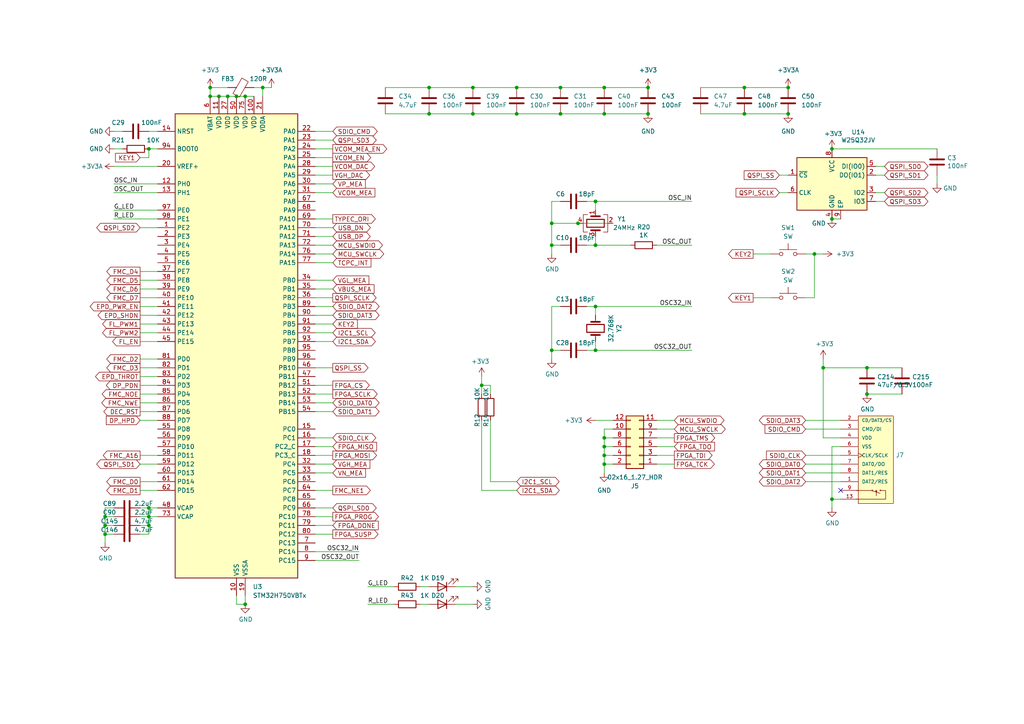
<source format=kicad_sch>
(kicad_sch (version 20231120) (generator "eeschema") (generator_version "8.0")
  (paper "A4")
  (title_block (title "Glider") (date "2024-05-09") (rev "R0.8") (company "Copyright 2024 Wenting Zhang"))
  (lib_symbols
    (symbol "Connector_Generic:Conn_02x06_Odd_Even" (pin_names (offset 1.016) hide)
      (property "Reference" "J" (at 1.27 7.62 0))
      (property "Value" "Conn_02x06_Odd_Even" (at 1.27 -10.16 0))
      (symbol "Conn_02x06_Odd_Even_1_1"
        (pin passive line (at -5.08 5.08 0) (length 3.81) (name "Pin_1") (number "1"))
        (pin passive line (at 7.62 -5.08 180) (length 3.81) (name "Pin_10") (number "10"))
        (pin passive line (at -5.08 -7.62 0) (length 3.81) (name "Pin_11") (number "11"))
        (pin passive line (at 7.62 -7.62 180) (length 3.81) (name "Pin_12") (number "12"))
        (pin passive line (at 7.62 5.08 180) (length 3.81) (name "Pin_2") (number "2"))
        (pin passive line (at -5.08 2.54 0) (length 3.81) (name "Pin_3") (number "3"))
        (pin passive line (at 7.62 2.54 180) (length 3.81) (name "Pin_4") (number "4"))
        (pin passive line (at -5.08 0 0) (length 3.81) (name "Pin_5") (number "5"))
        (pin passive line (at 7.62 0 180) (length 3.81) (name "Pin_6") (number "6"))
        (pin passive line (at -5.08 -2.54 0) (length 3.81) (name "Pin_7") (number "7"))
        (pin passive line (at 7.62 -2.54 180) (length 3.81) (name "Pin_8") (number "8"))
        (pin passive line (at -5.08 -5.08 0) (length 3.81) (name "Pin_9") (number "9"))
      )
    )
    (symbol "Device:C" (pin_numbers hide) (pin_names (offset 0.254))
      (property "Reference" "C" (at 0.635 2.54 0))
      (property "Value" "C" (at 0.635 -2.54 0))
      (symbol "C_1_1"
        (pin passive line (at 0 3.81 270) (length 2.794) (name "~") (number "1"))
        (pin passive line (at 0 -3.81 90) (length 2.794) (name "~") (number "2"))
      )
    )
    (symbol "Device:Crystal" (pin_numbers hide) (pin_names (offset 1.016) hide)
      (property "Reference" "Y" (at 0 3.81 0))
      (property "Value" "Crystal" (at 0 -3.81 0))
      (symbol "Crystal_1_1"
        (pin passive line (at -3.81 0 0) (length 1.27) (name "1") (number "1"))
        (pin passive line (at 3.81 0 180) (length 1.27) (name "2") (number "2"))
      )
    )
    (symbol "Device:Crystal_GND24" (pin_names (offset 1.016) hide)
      (property "Reference" "Y" (at 3.175 5.08 0))
      (property "Value" "Crystal_GND24" (at 3.175 3.175 0))
      (symbol "Crystal_GND24_1_1"
        (pin passive line (at -3.81 0 0) (length 1.27) (name "1") (number "1"))
        (pin passive line (at 0 5.08 270) (length 1.27) (name "2") (number "2"))
        (pin passive line (at 3.81 0 180) (length 1.27) (name "3") (number "3"))
        (pin passive line (at 0 -5.08 90) (length 1.27) (name "4") (number "4"))
      )
    )
    (symbol "Device:FerriteBead" (pin_numbers hide) (pin_names (offset 0))
      (property "Reference" "FB" (at -3.81 0.635 90))
      (property "Value" "FerriteBead" (at 3.81 0 90))
      (symbol "FerriteBead_1_1"
        (pin passive line (at 0 3.81 270) (length 2.54) (name "~") (number "1"))
        (pin passive line (at 0 -3.81 90) (length 2.54) (name "~") (number "2"))
      )
    )
    (symbol "Device:LED" (pin_numbers hide) (pin_names (offset 1.016) hide)
      (property "Reference" "D" (at 0 2.54 0))
      (property "Value" "LED" (at 0 -2.54 0))
      (symbol "LED_1_1"
        (pin passive line (at -3.81 0 0) (length 2.54) (name "K") (number "1"))
        (pin passive line (at 3.81 0 180) (length 2.54) (name "A") (number "2"))
      )
    )
    (symbol "Device:R" (pin_numbers hide) (pin_names (offset 0))
      (property "Reference" "R" (at 2.032 0 90))
      (property "Value" "R" (at 0 0 90))
      (symbol "R_1_1"
        (pin passive line (at 0 3.81 270) (length 1.27) (name "~") (number "1"))
        (pin passive line (at 0 -3.81 90) (length 1.27) (name "~") (number "2"))
      )
    )
    (symbol "GND_1" (power) (pin_numbers hide) (pin_names (offset 0) hide)
      (property "Value" "GND" (at 0 -3.81 0))
      (symbol "GND_1_1_1"
        (pin power_in line (at 0 0 270) (length 0) (name "~") (number "1"))
      )
    )
    (symbol "MCU_ST_STM32H7:STM32H750VBTx"
      (property "Reference" "U" (at -17.78 69.85 0))
      (property "Value" "STM32H750VBTx" (at 10.16 69.85 0))
      (symbol "STM32H750VBTx_1_1"
        (pin bidirectional line (at -22.86 35.56 0) (length 5.08) (name "PE2") (number "1"))
        (pin power_in line (at 0 -71.12 90) (length 5.08) (name "VSS") (number "10"))
        (pin power_in line (at 5.08 73.66 270) (length 5.08) (name "VDD") (number "100"))
        (pin power_in line (at -5.08 73.66 270) (length 5.08) (name "VDD") (number "11"))
        (pin bidirectional line (at -22.86 48.26 0) (length 5.08) (name "PH0") (number "12"))
        (pin bidirectional line (at -22.86 45.72 0) (length 5.08) (name "PH1") (number "13"))
        (pin input line (at -22.86 63.5 0) (length 5.08) (name "NRST") (number "14"))
        (pin bidirectional line (at 22.86 -22.86 180) (length 5.08) (name "PC0") (number "15"))
        (pin bidirectional line (at 22.86 -25.4 180) (length 5.08) (name "PC1") (number "16"))
        (pin bidirectional line (at 22.86 -27.94 180) (length 5.08) (name "PC2_C") (number "17"))
        (pin bidirectional line (at 22.86 -30.48 180) (length 5.08) (name "PC3_C") (number "18"))
        (pin power_in line (at 2.54 -71.12 90) (length 5.08) (name "VSSA") (number "19"))
        (pin bidirectional line (at -22.86 33.02 0) (length 5.08) (name "PE3") (number "2"))
        (pin input line (at -22.86 53.34 0) (length 5.08) (name "VREF+") (number "20"))
        (pin power_in line (at 7.62 73.66 270) (length 5.08) (name "VDDA") (number "21"))
        (pin bidirectional line (at 22.86 63.5 180) (length 5.08) (name "PA0") (number "22"))
        (pin bidirectional line (at 22.86 60.96 180) (length 5.08) (name "PA1") (number "23"))
        (pin bidirectional line (at 22.86 58.42 180) (length 5.08) (name "PA2") (number "24"))
        (pin bidirectional line (at 22.86 55.88 180) (length 5.08) (name "PA3") (number "25"))
        (pin passive line (at 0 -71.12 90) (length 5.08) hide (name "VSS") (number "26"))
        (pin power_in line (at -2.54 73.66 270) (length 5.08) (name "VDD") (number "27"))
        (pin bidirectional line (at 22.86 53.34 180) (length 5.08) (name "PA4") (number "28"))
        (pin bidirectional line (at 22.86 50.8 180) (length 5.08) (name "PA5") (number "29"))
        (pin bidirectional line (at -22.86 30.48 0) (length 5.08) (name "PE4") (number "3"))
        (pin bidirectional line (at 22.86 48.26 180) (length 5.08) (name "PA6") (number "30"))
        (pin bidirectional line (at 22.86 45.72 180) (length 5.08) (name "PA7") (number "31"))
        (pin bidirectional line (at 22.86 -33.02 180) (length 5.08) (name "PC4") (number "32"))
        (pin bidirectional line (at 22.86 -35.56 180) (length 5.08) (name "PC5") (number "33"))
        (pin bidirectional line (at 22.86 20.32 180) (length 5.08) (name "PB0") (number "34"))
        (pin bidirectional line (at 22.86 17.78 180) (length 5.08) (name "PB1") (number "35"))
        (pin bidirectional line (at 22.86 15.24 180) (length 5.08) (name "PB2") (number "36"))
        (pin bidirectional line (at -22.86 22.86 0) (length 5.08) (name "PE7") (number "37"))
        (pin bidirectional line (at -22.86 20.32 0) (length 5.08) (name "PE8") (number "38"))
        (pin bidirectional line (at -22.86 17.78 0) (length 5.08) (name "PE9") (number "39"))
        (pin bidirectional line (at -22.86 27.94 0) (length 5.08) (name "PE5") (number "4"))
        (pin bidirectional line (at -22.86 15.24 0) (length 5.08) (name "PE10") (number "40"))
        (pin bidirectional line (at -22.86 12.7 0) (length 5.08) (name "PE11") (number "41"))
        (pin bidirectional line (at -22.86 10.16 0) (length 5.08) (name "PE12") (number "42"))
        (pin bidirectional line (at -22.86 7.62 0) (length 5.08) (name "PE13") (number "43"))
        (pin bidirectional line (at -22.86 5.08 0) (length 5.08) (name "PE14") (number "44"))
        (pin bidirectional line (at -22.86 2.54 0) (length 5.08) (name "PE15") (number "45"))
        (pin bidirectional line (at 22.86 -5.08 180) (length 5.08) (name "PB10") (number "46"))
        (pin bidirectional line (at 22.86 -7.62 180) (length 5.08) (name "PB11") (number "47"))
        (pin power_out line (at -22.86 -45.72 0) (length 5.08) (name "VCAP") (number "48"))
        (pin passive line (at 0 -71.12 90) (length 5.08) hide (name "VSS") (number "49"))
        (pin bidirectional line (at -22.86 25.4 0) (length 5.08) (name "PE6") (number "5"))
        (pin power_in line (at 0 73.66 270) (length 5.08) (name "VDD") (number "50"))
        (pin bidirectional line (at 22.86 -10.16 180) (length 5.08) (name "PB12") (number "51"))
        (pin bidirectional line (at 22.86 -12.7 180) (length 5.08) (name "PB13") (number "52"))
        (pin bidirectional line (at 22.86 -15.24 180) (length 5.08) (name "PB14") (number "53"))
        (pin bidirectional line (at 22.86 -17.78 180) (length 5.08) (name "PB15") (number "54"))
        (pin bidirectional line (at -22.86 -22.86 0) (length 5.08) (name "PD8") (number "55"))
        (pin bidirectional line (at -22.86 -25.4 0) (length 5.08) (name "PD9") (number "56"))
        (pin bidirectional line (at -22.86 -27.94 0) (length 5.08) (name "PD10") (number "57"))
        (pin bidirectional line (at -22.86 -30.48 0) (length 5.08) (name "PD11") (number "58"))
        (pin bidirectional line (at -22.86 -33.02 0) (length 5.08) (name "PD12") (number "59"))
        (pin power_in line (at -7.62 73.66 270) (length 5.08) (name "VBAT") (number "6"))
        (pin bidirectional line (at -22.86 -35.56 0) (length 5.08) (name "PD13") (number "60"))
        (pin bidirectional line (at -22.86 -38.1 0) (length 5.08) (name "PD14") (number "61"))
        (pin bidirectional line (at -22.86 -40.64 0) (length 5.08) (name "PD15") (number "62"))
        (pin bidirectional line (at 22.86 -38.1 180) (length 5.08) (name "PC6") (number "63"))
        (pin bidirectional line (at 22.86 -40.64 180) (length 5.08) (name "PC7") (number "64"))
        (pin bidirectional line (at 22.86 -43.18 180) (length 5.08) (name "PC8") (number "65"))
        (pin bidirectional line (at 22.86 -45.72 180) (length 5.08) (name "PC9") (number "66"))
        (pin bidirectional line (at 22.86 43.18 180) (length 5.08) (name "PA8") (number "67"))
        (pin bidirectional line (at 22.86 40.64 180) (length 5.08) (name "PA9") (number "68"))
        (pin bidirectional line (at 22.86 38.1 180) (length 5.08) (name "PA10") (number "69"))
        (pin bidirectional line (at 22.86 -55.88 180) (length 5.08) (name "PC13") (number "7"))
        (pin bidirectional line (at 22.86 35.56 180) (length 5.08) (name "PA11") (number "70"))
        (pin bidirectional line (at 22.86 33.02 180) (length 5.08) (name "PA12") (number "71"))
        (pin bidirectional line (at 22.86 30.48 180) (length 5.08) (name "PA13") (number "72"))
        (pin power_out line (at -22.86 -48.26 0) (length 5.08) (name "VCAP") (number "73"))
        (pin passive line (at 0 -71.12 90) (length 5.08) hide (name "VSS") (number "74"))
        (pin power_in line (at 2.54 73.66 270) (length 5.08) (name "VDD") (number "75"))
        (pin bidirectional line (at 22.86 27.94 180) (length 5.08) (name "PA14") (number "76"))
        (pin bidirectional line (at 22.86 25.4 180) (length 5.08) (name "PA15") (number "77"))
        (pin bidirectional line (at 22.86 -48.26 180) (length 5.08) (name "PC10") (number "78"))
        (pin bidirectional line (at 22.86 -50.8 180) (length 5.08) (name "PC11") (number "79"))
        (pin bidirectional line (at 22.86 -58.42 180) (length 5.08) (name "PC14") (number "8"))
        (pin bidirectional line (at 22.86 -53.34 180) (length 5.08) (name "PC12") (number "80"))
        (pin bidirectional line (at -22.86 -2.54 0) (length 5.08) (name "PD0") (number "81"))
        (pin bidirectional line (at -22.86 -5.08 0) (length 5.08) (name "PD1") (number "82"))
        (pin bidirectional line (at -22.86 -7.62 0) (length 5.08) (name "PD2") (number "83"))
        (pin bidirectional line (at -22.86 -10.16 0) (length 5.08) (name "PD3") (number "84"))
        (pin bidirectional line (at -22.86 -12.7 0) (length 5.08) (name "PD4") (number "85"))
        (pin bidirectional line (at -22.86 -15.24 0) (length 5.08) (name "PD5") (number "86"))
        (pin bidirectional line (at -22.86 -17.78 0) (length 5.08) (name "PD6") (number "87"))
        (pin bidirectional line (at -22.86 -20.32 0) (length 5.08) (name "PD7") (number "88"))
        (pin bidirectional line (at 22.86 12.7 180) (length 5.08) (name "PB3") (number "89"))
        (pin bidirectional line (at 22.86 -60.96 180) (length 5.08) (name "PC15") (number "9"))
        (pin bidirectional line (at 22.86 10.16 180) (length 5.08) (name "PB4") (number "90"))
        (pin bidirectional line (at 22.86 7.62 180) (length 5.08) (name "PB5") (number "91"))
        (pin bidirectional line (at 22.86 5.08 180) (length 5.08) (name "PB6") (number "92"))
        (pin bidirectional line (at 22.86 2.54 180) (length 5.08) (name "PB7") (number "93"))
        (pin input line (at -22.86 58.42 0) (length 5.08) (name "BOOT0") (number "94"))
        (pin bidirectional line (at 22.86 0 180) (length 5.08) (name "PB8") (number "95"))
        (pin bidirectional line (at 22.86 -2.54 180) (length 5.08) (name "PB9") (number "96"))
        (pin bidirectional line (at -22.86 40.64 0) (length 5.08) (name "PE0") (number "97"))
        (pin bidirectional line (at -22.86 38.1 0) (length 5.08) (name "PE1") (number "98"))
        (pin passive line (at 0 -71.12 90) (length 5.08) hide (name "VSS") (number "99"))
      )
    )
    (symbol "Memory_Flash:W25Q32JVZP"
      (property "Reference" "U" (at -8.89 8.89 0))
      (property "Value" "W25Q32JVZP" (at 7.62 8.89 0))
      (symbol "W25Q32JVZP_1_1"
        (pin input line (at -12.7 2.54 0) (length 2.54) (name "~{CS}") (number "1"))
        (pin bidirectional line (at 12.7 2.54 180) (length 2.54) (name "DO(IO1)") (number "2"))
        (pin bidirectional line (at 12.7 -2.54 180) (length 2.54) (name "IO2") (number "3"))
        (pin power_in line (at 0 -10.16 90) (length 2.54) (name "GND") (number "4"))
        (pin bidirectional line (at 12.7 5.08 180) (length 2.54) (name "DI(IO0)") (number "5"))
        (pin input line (at -12.7 -2.54 0) (length 2.54) (name "CLK") (number "6"))
        (pin bidirectional line (at 12.7 -5.08 180) (length 2.54) (name "IO3") (number "7"))
        (pin power_in line (at 0 10.16 270) (length 2.54) (name "VCC") (number "8"))
        (pin passive line (at 2.54 -10.16 90) (length 2.54) (name "EP") (number "9"))
      )
    )
    (symbol "Switch:SW_Push" (pin_numbers hide) (pin_names (offset 1.016) hide)
      (property "Reference" "SW" (at 1.27 2.54 0))
      (property "Value" "SW_Push" (at 0 -1.524 0))
      (symbol "SW_Push_0_1"
        (pin passive line (at -5.08 0 0) (length 2.54) (name "1") (number "1"))
        (pin passive line (at 5.08 0 180) (length 2.54) (name "2") (number "2"))
      )
    )
    (symbol "power:+3V3" (power) (pin_names (offset 0))
      (property "Value" "+3V3" (at 0 3.556 0))
      (symbol "+3V3_1_1"
        (pin power_in line (at 0 0 90) (length 0) hide (name "+3V3") (number "1"))
      )
    )
    (symbol "power:GND" (power) (pin_names (offset 0))
      (property "Value" "GND" (at 0 -3.81 0))
      (symbol "GND_1_1"
        (pin power_in line (at 0 0 270) (length 0) hide (name "GND") (number "1"))
      )
    )
    (symbol "symbols:+V" (power) (pin_names (offset 0))
      (property "Value" "+V" (at 0 3.556 0))
      (symbol "+V_1_1"
        (pin power_in line (at 0 0 90) (length 0) hide (name "~") (number "1"))
      )
    )
    (symbol "symbols:MICRO_SD(TFC-WPAPR-08)" (pin_names (offset 1.016))
      (property "Reference" "MICRO_SD" (at 2.54 15.24 0))
      (property "Value" "MICRO_SD(TFC-WPAPR-08)" (at 0 -12.7 0))
      (symbol "MICRO_SD(TFC-WPAPR-08)_1_1"
        (pin bidirectional line (at -7.62 -5.08 0) (length 5.08) (name "DAT2/RES") (number "1"))
        (pin passive line (at -7.62 -10.16 0) (length 5.08) hide (name "~") (number "10"))
        (pin passive line (at -7.62 -10.16 0) (length 5.08) hide (name "~") (number "11"))
        (pin passive line (at -7.62 -10.16 0) (length 5.08) hide (name "~") (number "12"))
        (pin passive line (at -7.62 -10.16 0) (length 5.08) (name "~") (number "13"))
        (pin bidirectional line (at -7.62 12.7 0) (length 5.08) (name "CD/DAT3/CS") (number "2"))
        (pin input line (at -7.62 10.16 0) (length 5.08) (name "CMD/DI") (number "3"))
        (pin power_in line (at -7.62 7.62 0) (length 5.08) (name "VDD") (number "4"))
        (pin input clock (at -7.62 2.54 0) (length 5.08) (name "CLK/SCLK") (number "5"))
        (pin power_in line (at -7.62 5.08 0) (length 5.08) (name "VSS") (number "6"))
        (pin bidirectional line (at -7.62 0 0) (length 5.08) (name "DAT0/DO") (number "7"))
        (pin bidirectional line (at -7.62 -2.54 0) (length 5.08) (name "DAT1/RES") (number "8"))
        (pin passive line (at -7.62 -7.62 0) (length 5.08) (name "~") (number "9"))
      )
    )
  )
  (junction (at 124.46 25.4))
  (junction (at 68.58 27.94))
  (junction (at 63.5 27.94))
  (junction (at 175.26 129.54))
  (junction (at 241.3 63.5))
  (junction (at 251.46 114.3) (diameter 0.9144))
  (junction (at 236.22 73.66))
  (junction (at 175.26 134.62))
  (junction (at 167.64 64.77) (diameter 0.9144))
  (junction (at 215.9 25.4))
  (junction (at 238.76 106.68) (diameter 0.9144))
  (junction (at 71.12 175.26))
  (junction (at 215.9 33.02))
  (junction (at 139.7 111.76))
  (junction (at 160.02 64.77) (diameter 0.9144))
  (junction (at 162.56 33.02))
  (junction (at 241.3 144.78) (diameter 0.9144))
  (junction (at 124.46 33.02))
  (junction (at 187.96 25.4))
  (junction (at 175.26 132.08))
  (junction (at 172.72 88.9))
  (junction (at 160.02 71.12) (diameter 0.9144))
  (junction (at 175.26 127))
  (junction (at 71.12 27.94))
  (junction (at 172.72 101.6))
  (junction (at 76.2 25.4))
  (junction (at 43.18 147.32))
  (junction (at 30.48 149.86))
  (junction (at 172.72 71.12) (diameter 0.9144))
  (junction (at 149.86 33.02))
  (junction (at 187.96 33.02))
  (junction (at 30.48 154.94))
  (junction (at 149.86 25.4))
  (junction (at 60.96 25.4))
  (junction (at 43.18 43.18))
  (junction (at 137.16 25.4))
  (junction (at 175.26 25.4))
  (junction (at 30.48 152.4))
  (junction (at 43.18 152.4))
  (junction (at 251.46 106.68) (diameter 0.9144))
  (junction (at 160.02 101.6) (diameter 0.9144))
  (junction (at 175.26 33.02))
  (junction (at 60.96 27.94))
  (junction (at 228.6 33.02))
  (junction (at 43.18 149.86))
  (junction (at 172.72 58.42) (diameter 0.9144))
  (junction (at 66.04 27.94))
  (junction (at 137.16 33.02))
  (junction (at 162.56 25.4))
  (junction (at 241.3 43.18))
  (junction (at 228.6 25.4))
  (no_connect (at 243.84 142.24))
  (wire (pts (xy 91.44 149.86) (xy 96.52 149.86)))
  (wire (pts (xy 30.48 152.4) (xy 30.48 154.94)))
  (wire (pts (xy 91.44 43.18) (xy 96.52 43.18)))
  (wire (pts (xy 160.02 101.6) (xy 162.56 101.6)))
  (wire (pts (xy 106.68 175.26) (xy 114.3 175.26)))
  (wire (pts (xy 215.9 33.02) (xy 228.6 33.02)))
  (wire (pts (xy 43.18 149.86) (xy 45.72 149.86)))
  (wire (pts (xy 66.04 27.94) (xy 68.58 27.94)))
  (wire (pts (xy 190.5 124.46) (xy 195.58 124.46)))
  (wire (pts (xy 254 58.42) (xy 256.54 58.42)))
  (wire (pts (xy 60.96 25.4) (xy 66.04 25.4)))
  (wire (pts (xy 91.44 106.68) (xy 96.52 106.68)))
  (wire (pts (xy 45.72 96.52) (xy 40.64 96.52)))
  (wire (pts (xy 96.52 81.28) (xy 91.44 81.28)))
  (wire (pts (xy 40.64 154.94) (xy 43.18 154.94)))
  (wire (pts (xy 238.76 127) (xy 238.76 106.68)))
  (wire (pts (xy 111.76 25.4) (xy 124.46 25.4)))
  (wire (pts (xy 45.72 93.98) (xy 40.64 93.98)))
  (wire (pts (xy 238.76 106.68) (xy 251.46 106.68)))
  (wire (pts (xy 91.44 76.2) (xy 96.52 76.2)))
  (wire (pts (xy 96.52 137.16) (xy 91.44 137.16)))
  (wire (pts (xy 172.72 68.58) (xy 172.72 71.12)))
  (wire (pts (xy 106.68 170.18) (xy 114.3 170.18)))
  (wire (pts (xy 40.64 106.68) (xy 45.72 106.68)))
  (wire (pts (xy 40.64 91.44) (xy 45.72 91.44)))
  (wire (pts (xy 177.8 124.46) (xy 175.26 124.46)))
  (wire (pts (xy 71.12 27.94) (xy 73.66 27.94)))
  (wire (pts (xy 33.02 53.34) (xy 45.72 53.34)))
  (wire (pts (xy 91.44 88.9) (xy 96.52 88.9)))
  (wire (pts (xy 137.16 33.02) (xy 149.86 33.02)))
  (wire (pts (xy 91.44 129.54) (xy 96.52 129.54)))
  (wire (pts (xy 233.68 132.08) (xy 243.84 132.08)))
  (wire (pts (xy 172.72 58.42) (xy 200.66 58.42)))
  (wire (pts (xy 43.18 149.86) (xy 43.18 147.32)))
  (wire (pts (xy 190.5 121.92) (xy 195.58 121.92)))
  (wire (pts (xy 233.68 86.36) (xy 236.22 86.36)))
  (wire (pts (xy 139.7 109.22) (xy 139.7 111.76)))
  (wire (pts (xy 91.44 45.72) (xy 96.52 45.72)))
  (wire (pts (xy 160.02 88.9) (xy 160.02 101.6)))
  (wire (pts (xy 160.02 71.12) (xy 160.02 73.66)))
  (wire (pts (xy 91.44 147.32) (xy 96.52 147.32)))
  (wire (pts (xy 175.26 127) (xy 177.8 127)))
  (wire (pts (xy 203.2 33.02) (xy 215.9 33.02)))
  (wire (pts (xy 162.56 88.9) (xy 160.02 88.9)))
  (wire (pts (xy 40.64 152.4) (xy 43.18 152.4)))
  (wire (pts (xy 172.72 88.9) (xy 200.66 88.9)))
  (wire (pts (xy 33.02 38.1) (xy 35.56 38.1)))
  (wire (pts (xy 124.46 33.02) (xy 137.16 33.02)))
  (wire (pts (xy 91.44 66.04) (xy 96.52 66.04)))
  (wire (pts (xy 30.48 149.86) (xy 30.48 152.4)))
  (wire (pts (xy 111.76 33.02) (xy 124.46 33.02)))
  (wire (pts (xy 132.08 175.26) (xy 137.16 175.26)))
  (wire (pts (xy 91.44 73.66) (xy 96.52 73.66)))
  (wire (pts (xy 91.44 132.08) (xy 96.52 132.08)))
  (wire (pts (xy 233.68 121.92) (xy 243.84 121.92)))
  (wire (pts (xy 60.96 27.94) (xy 63.5 27.94)))
  (wire (pts (xy 43.18 152.4) (xy 43.18 149.86)))
  (wire (pts (xy 160.02 71.12) (xy 162.56 71.12)))
  (wire (pts (xy 91.44 48.26) (xy 96.52 48.26)))
  (wire (pts (xy 91.44 154.94) (xy 96.52 154.94)))
  (wire (pts (xy 40.64 86.36) (xy 45.72 86.36)))
  (wire (pts (xy 195.58 134.62) (xy 190.5 134.62)))
  (wire (pts (xy 40.64 114.3) (xy 45.72 114.3)))
  (wire (pts (xy 218.44 86.36) (xy 223.52 86.36)))
  (wire (pts (xy 91.44 127) (xy 96.52 127)))
  (wire (pts (xy 233.68 139.7) (xy 243.84 139.7)))
  (wire (pts (xy 241.3 144.78) (xy 241.3 147.32)))
  (wire (pts (xy 91.44 63.5) (xy 96.52 63.5)))
  (wire (pts (xy 40.64 132.08) (xy 45.72 132.08)))
  (wire (pts (xy 43.18 43.18) (xy 45.72 43.18)))
  (wire (pts (xy 43.18 45.72) (xy 43.18 43.18)))
  (wire (pts (xy 218.44 73.66) (xy 223.52 73.66)))
  (wire (pts (xy 40.64 149.86) (xy 43.18 149.86)))
  (wire (pts (xy 215.9 25.4) (xy 228.6 25.4)))
  (wire (pts (xy 33.02 60.96) (xy 45.72 60.96)))
  (wire (pts (xy 162.56 58.42) (xy 160.02 58.42)))
  (wire (pts (xy 243.84 144.78) (xy 241.3 144.78)))
  (wire (pts (xy 241.3 63.5) (xy 243.84 63.5)))
  (wire (pts (xy 91.44 68.58) (xy 96.52 68.58)))
  (wire (pts (xy 236.22 73.66) (xy 238.76 73.66)))
  (wire (pts (xy 190.5 71.12) (xy 200.66 71.12)))
  (wire (pts (xy 271.78 50.8) (xy 271.78 53.34)))
  (wire (pts (xy 91.44 99.06) (xy 96.52 99.06)))
  (wire (pts (xy 233.68 134.62) (xy 243.84 134.62)))
  (wire (pts (xy 96.52 83.82) (xy 91.44 83.82)))
  (wire (pts (xy 149.86 25.4) (xy 162.56 25.4)))
  (wire (pts (xy 60.96 25.4) (xy 60.96 27.94)))
  (wire (pts (xy 175.26 25.4) (xy 187.96 25.4)))
  (wire (pts (xy 43.18 154.94) (xy 43.18 152.4)))
  (wire (pts (xy 132.08 170.18) (xy 137.16 170.18)))
  (wire (pts (xy 91.44 162.56) (xy 104.14 162.56)))
  (wire (pts (xy 172.72 99.06) (xy 172.72 101.6)))
  (wire (pts (xy 172.72 88.9) (xy 172.72 91.44)))
  (wire (pts (xy 175.26 134.62) (xy 175.26 137.16)))
  (wire (pts (xy 30.48 147.32) (xy 30.48 149.86)))
  (wire (pts (xy 142.24 121.92) (xy 142.24 139.7)))
  (wire (pts (xy 40.64 104.14) (xy 45.72 104.14)))
  (wire (pts (xy 121.92 175.26) (xy 124.46 175.26)))
  (wire (pts (xy 238.76 127) (xy 243.84 127)))
  (wire (pts (xy 233.68 124.46) (xy 243.84 124.46)))
  (wire (pts (xy 40.64 147.32) (xy 43.18 147.32)))
  (wire (pts (xy 91.44 86.36) (xy 96.52 86.36)))
  (wire (pts (xy 241.3 43.18) (xy 271.78 43.18)))
  (wire (pts (xy 139.7 111.76) (xy 142.24 111.76)))
  (wire (pts (xy 96.52 53.34) (xy 91.44 53.34)))
  (wire (pts (xy 45.72 99.06) (xy 40.64 99.06)))
  (wire (pts (xy 195.58 129.54) (xy 190.5 129.54)))
  (wire (pts (xy 195.58 127) (xy 190.5 127)))
  (wire (pts (xy 96.52 55.88) (xy 91.44 55.88)))
  (wire (pts (xy 172.72 60.96) (xy 172.72 58.42)))
  (wire (pts (xy 91.44 119.38) (xy 96.52 119.38)))
  (wire (pts (xy 160.02 64.77) (xy 160.02 71.12)))
  (wire (pts (xy 177.8 64.77) (xy 167.64 64.77)))
  (wire (pts (xy 172.72 71.12) (xy 170.18 71.12)))
  (wire (pts (xy 91.44 114.3) (xy 96.52 114.3)))
  (wire (pts (xy 96.52 142.24) (xy 91.44 142.24)))
  (wire (pts (xy 160.02 64.77) (xy 167.64 64.77)))
  (wire (pts (xy 40.64 66.04) (xy 45.72 66.04)))
  (wire (pts (xy 182.88 71.12) (xy 172.72 71.12)))
  (wire (pts (xy 91.44 96.52) (xy 96.52 96.52)))
  (wire (pts (xy 40.64 134.62) (xy 45.72 134.62)))
  (wire (pts (xy 73.66 25.4) (xy 76.2 25.4)))
  (wire (pts (xy 91.44 50.8) (xy 96.52 50.8)))
  (wire (pts (xy 226.06 55.88) (xy 228.6 55.88)))
  (wire (pts (xy 40.64 83.82) (xy 45.72 83.82)))
  (wire (pts (xy 33.02 147.32) (xy 30.48 147.32)))
  (wire (pts (xy 254 55.88) (xy 256.54 55.88)))
  (wire (pts (xy 45.72 119.38) (xy 40.64 119.38)))
  (wire (pts (xy 45.72 121.92) (xy 40.64 121.92)))
  (wire (pts (xy 40.64 78.74) (xy 45.72 78.74)))
  (wire (pts (xy 45.72 88.9) (xy 40.64 88.9)))
  (wire (pts (xy 40.64 142.24) (xy 45.72 142.24)))
  (wire (pts (xy 68.58 172.72) (xy 68.58 175.26)))
  (wire (pts (xy 63.5 27.94) (xy 66.04 27.94)))
  (wire (pts (xy 172.72 101.6) (xy 200.66 101.6)))
  (wire (pts (xy 91.44 40.64) (xy 96.52 40.64)))
  (wire (pts (xy 40.64 139.7) (xy 45.72 139.7)))
  (wire (pts (xy 91.44 71.12) (xy 96.52 71.12)))
  (wire (pts (xy 142.24 111.76) (xy 142.24 114.3)))
  (wire (pts (xy 243.84 129.54) (xy 241.3 129.54)))
  (wire (pts (xy 33.02 63.5) (xy 45.72 63.5)))
  (wire (pts (xy 149.86 33.02) (xy 162.56 33.02)))
  (wire (pts (xy 160.02 101.6) (xy 160.02 104.14)))
  (wire (pts (xy 71.12 172.72) (xy 71.12 175.26)))
  (wire (pts (xy 142.24 139.7) (xy 149.86 139.7)))
  (wire (pts (xy 40.64 81.28) (xy 45.72 81.28)))
  (wire (pts (xy 254 48.26) (xy 256.54 48.26)))
  (wire (pts (xy 261.62 106.68) (xy 251.46 106.68)))
  (wire (pts (xy 45.72 111.76) (xy 40.64 111.76)))
  (wire (pts (xy 121.92 170.18) (xy 124.46 170.18)))
  (wire (pts (xy 43.18 147.32) (xy 45.72 147.32)))
  (wire (pts (xy 76.2 25.4) (xy 78.74 25.4)))
  (wire (pts (xy 40.64 116.84) (xy 45.72 116.84)))
  (wire (pts (xy 40.64 109.22) (xy 45.72 109.22)))
  (wire (pts (xy 241.3 129.54) (xy 241.3 144.78)))
  (wire (pts (xy 33.02 55.88) (xy 45.72 55.88)))
  (wire (pts (xy 30.48 154.94) (xy 30.48 157.48)))
  (wire (pts (xy 96.52 134.62) (xy 91.44 134.62)))
  (wire (pts (xy 203.2 25.4) (xy 215.9 25.4)))
  (wire (pts (xy 238.76 104.14) (xy 238.76 106.68)))
  (wire (pts (xy 233.68 73.66) (xy 236.22 73.66)))
  (wire (pts (xy 40.64 45.72) (xy 43.18 45.72)))
  (wire (pts (xy 175.26 132.08) (xy 177.8 132.08)))
  (wire (pts (xy 30.48 149.86) (xy 33.02 149.86)))
  (wire (pts (xy 170.18 88.9) (xy 172.72 88.9)))
  (wire (pts (xy 175.26 124.46) (xy 175.26 127)))
  (wire (pts (xy 91.44 91.44) (xy 96.52 91.44)))
  (wire (pts (xy 33.02 43.18) (xy 35.56 43.18)))
  (wire (pts (xy 175.26 127) (xy 175.26 129.54)))
  (wire (pts (xy 139.7 142.24) (xy 149.86 142.24)))
  (wire (pts (xy 236.22 73.66) (xy 236.22 86.36)))
  (wire (pts (xy 68.58 175.26) (xy 71.12 175.26)))
  (wire (pts (xy 160.02 58.42) (xy 160.02 64.77)))
  (wire (pts (xy 254 50.8) (xy 256.54 50.8)))
  (wire (pts (xy 170.18 101.6) (xy 172.72 101.6)))
  (wire (pts (xy 30.48 154.94) (xy 33.02 154.94)))
  (wire (pts (xy 175.26 33.02) (xy 187.96 33.02)))
  (wire (pts (xy 91.44 116.84) (xy 96.52 116.84)))
  (wire (pts (xy 76.2 25.4) (xy 76.2 27.94)))
  (wire (pts (xy 91.44 152.4) (xy 96.52 152.4)))
  (wire (pts (xy 175.26 129.54) (xy 175.26 132.08)))
  (wire (pts (xy 162.56 25.4) (xy 175.26 25.4)))
  (wire (pts (xy 91.44 111.76) (xy 96.52 111.76)))
  (wire (pts (xy 195.58 132.08) (xy 190.5 132.08)))
  (wire (pts (xy 91.44 38.1) (xy 96.52 38.1)))
  (wire (pts (xy 91.44 160.02) (xy 104.14 160.02)))
  (wire (pts (xy 139.7 121.92) (xy 139.7 142.24)))
  (wire (pts (xy 175.26 132.08) (xy 175.26 134.62)))
  (wire (pts (xy 170.18 58.42) (xy 172.72 58.42)))
  (wire (pts (xy 226.06 50.8) (xy 228.6 50.8)))
  (wire (pts (xy 91.44 93.98) (xy 96.52 93.98)))
  (wire (pts (xy 175.26 129.54) (xy 177.8 129.54)))
  (wire (pts (xy 68.58 27.94) (xy 71.12 27.94)))
  (wire (pts (xy 33.02 48.26) (xy 45.72 48.26)))
  (wire (pts (xy 261.62 114.3) (xy 251.46 114.3)))
  (wire (pts (xy 124.46 25.4) (xy 137.16 25.4)))
  (wire (pts (xy 43.18 38.1) (xy 45.72 38.1)))
  (wire (pts (xy 139.7 111.76) (xy 139.7 114.3)))
  (wire (pts (xy 30.48 152.4) (xy 33.02 152.4)))
  (wire (pts (xy 233.68 137.16) (xy 243.84 137.16)))
  (wire (pts (xy 175.26 134.62) (xy 177.8 134.62)))
  (wire (pts (xy 172.72 121.92) (xy 177.8 121.92)))
  (wire (pts (xy 162.56 33.02) (xy 175.26 33.02)))
  (wire (pts (xy 137.16 25.4) (xy 149.86 25.4)))
  (label "G_LED" (at 33.02 60.96 0))
  (label "G_LED" (at 106.68 170.18 0))
  (label "OSC_IN" (at 33.02 53.34 0))
  (label "OSC_IN" (at 200.66 58.42 180))
  (label "OSC_OUT" (at 200.66 71.12 180))
  (label "OSC32_OUT" (at 104.14 162.56 180))
  (label "OSC32_IN" (at 200.66 88.9 180))
  (label "OSC32_IN" (at 104.14 160.02 180))
  (label "OSC32_OUT" (at 200.66 101.6 180))
  (label "R_LED" (at 33.02 63.5 0))
  (label "R_LED" (at 106.68 175.26 0))
  (label "OSC_OUT" (at 33.02 55.88 0))
  (global_label "SDIO_DAT0" (shape bidirectional) (at 96.52 116.84 0) (property "Intersheetrefs" "${INTERSHEET_REFS}" (effects (hide yes))))
  (global_label "QSPI_SD0" (shape bidirectional) (at 96.52 147.32 0) (property "Intersheetrefs" "${INTERSHEET_REFS}" (effects (hide yes))))
  (global_label "DP_PDN" (shape output) (at 40.64 111.76 180) (property "Intersheetrefs" "${INTERSHEET_REFS}" (effects (hide yes))))
  (global_label "QSPI_SD2" (shape bidirectional) (at 40.64 66.04 180) (property "Intersheetrefs" "${INTERSHEET_REFS}" (effects (hide yes))))
  (global_label "SDIO_CLK" (shape bidirectional) (at 96.52 127 0) (property "Intersheetrefs" "${INTERSHEET_REFS}" (effects (hide yes))))
  (global_label "USB_DN" (shape bidirectional) (at 96.52 66.04 0) (property "Intersheetrefs" "${INTERSHEET_REFS}" (effects (hide yes))))
  (global_label "SDIO_DAT1" (shape bidirectional) (at 233.68 137.16 180) (property "Intersheetrefs" "${INTERSHEET_REFS}" (effects (hide yes))))
  (global_label "FMC_NWE" (shape output) (at 40.64 116.84 180) (property "Intersheetrefs" "${INTERSHEET_REFS}" (effects (hide yes))))
  (global_label "QSPI_SD3" (shape bidirectional) (at 96.52 40.64 0) (property "Intersheetrefs" "${INTERSHEET_REFS}" (effects (hide yes))))
  (global_label "I2C1_SCL" (shape bidirectional) (at 96.52 96.52 0) (property "Intersheetrefs" "${INTERSHEET_REFS}" (effects (hide yes))))
  (global_label "FL_EN" (shape output) (at 40.64 99.06 180) (property "Intersheetrefs" "${INTERSHEET_REFS}" (effects (hide yes))))
  (global_label "FPGA_SUSP" (shape output) (at 96.52 154.94 0) (property "Intersheetrefs" "${INTERSHEET_REFS}" (effects (hide yes))))
  (global_label "FPGA_SCLK" (shape output) (at 96.52 114.3 0) (property "Intersheetrefs" "${INTERSHEET_REFS}" (effects (hide yes))))
  (global_label "MCU_SWDIO" (shape bidirectional) (at 195.58 121.92 0) (property "Intersheetrefs" "${INTERSHEET_REFS}" (effects (hide yes))))
  (global_label "FPGA_MISO" (shape input) (at 96.52 129.54 0) (property "Intersheetrefs" "${INTERSHEET_REFS}" (effects (hide yes))))
  (global_label "FPGA_TMS" (shape output) (at 195.58 127 0) (property "Intersheetrefs" "${INTERSHEET_REFS}" (effects (hide yes))))
  (global_label "FL_PWM2" (shape output) (at 40.64 96.52 180) (property "Intersheetrefs" "${INTERSHEET_REFS}" (effects (hide yes))))
  (global_label "VGH_MEA" (shape input) (at 96.52 134.62 0) (property "Intersheetrefs" "${INTERSHEET_REFS}" (effects (hide yes))))
  (global_label "TCPC_INT" (shape input) (at 96.52 76.2 0) (property "Intersheetrefs" "${INTERSHEET_REFS}" (effects (hide yes))))
  (global_label "MCU_SWCLK" (shape bidirectional) (at 195.58 124.46 0) (property "Intersheetrefs" "${INTERSHEET_REFS}" (effects (hide yes))))
  (global_label "EPD_THROT" (shape output) (at 40.64 109.22 180) (property "Intersheetrefs" "${INTERSHEET_REFS}" (effects (hide yes))))
  (global_label "QSPI_SD3" (shape bidirectional) (at 256.54 58.42 0) (property "Intersheetrefs" "${INTERSHEET_REFS}" (effects (hide yes))))
  (global_label "FPGA_TCK" (shape output) (at 195.58 134.62 0) (property "Intersheetrefs" "${INTERSHEET_REFS}" (effects (hide yes))))
  (global_label "QSPI_SD2" (shape bidirectional) (at 256.54 55.88 0) (property "Intersheetrefs" "${INTERSHEET_REFS}" (effects (hide yes))))
  (global_label "USB_DP" (shape bidirectional) (at 96.52 68.58 0) (property "Intersheetrefs" "${INTERSHEET_REFS}" (effects (hide yes))))
  (global_label "FMC_D0" (shape output) (at 40.64 139.7 180) (property "Intersheetrefs" "${INTERSHEET_REFS}" (effects (hide yes))))
  (global_label "MCU_SWDIO" (shape bidirectional) (at 96.52 71.12 0) (property "Intersheetrefs" "${INTERSHEET_REFS}" (effects (hide yes))))
  (global_label "FMC_D2" (shape output) (at 40.64 104.14 180) (property "Intersheetrefs" "${INTERSHEET_REFS}" (effects (hide yes))))
  (global_label "SDIO_DAT3" (shape bidirectional) (at 233.68 121.92 180) (property "Intersheetrefs" "${INTERSHEET_REFS}" (effects (hide yes))))
  (global_label "QSPI_SS" (shape output) (at 96.52 106.68 0) (property "Intersheetrefs" "${INTERSHEET_REFS}" (effects (hide yes))))
  (global_label "SDIO_DAT2" (shape bidirectional) (at 233.68 139.7 180) (property "Intersheetrefs" "${INTERSHEET_REFS}" (effects (hide yes))))
  (global_label "VGH_DAC" (shape output) (at 96.52 50.8 0) (property "Intersheetrefs" "${INTERSHEET_REFS}" (effects (hide yes))))
  (global_label "SDIO_CLK" (shape input) (at 233.68 132.08 180) (property "Intersheetrefs" "${INTERSHEET_REFS}" (effects (hide yes))))
  (global_label "SDIO_DAT2" (shape bidirectional) (at 96.52 88.9 0) (property "Intersheetrefs" "${INTERSHEET_REFS}" (effects (hide yes))))
  (global_label "EPD_PWR_EN" (shape output) (at 40.64 88.9 180) (property "Intersheetrefs" "${INTERSHEET_REFS}" (effects (hide yes))))
  (global_label "DEC_RST" (shape output) (at 40.64 119.38 180) (property "Intersheetrefs" "${INTERSHEET_REFS}" (effects (hide yes))))
  (global_label "KEY1" (shape input) (at 40.64 45.72 180) (property "Intersheetrefs" "${INTERSHEET_REFS}" (effects (hide yes))))
  (global_label "FMC_NE1" (shape output) (at 96.52 142.24 0) (property "Intersheetrefs" "${INTERSHEET_REFS}" (effects (hide yes))))
  (global_label "QSPI_SS" (shape input) (at 226.06 50.8 180) (property "Intersheetrefs" "${INTERSHEET_REFS}" (effects (hide yes))))
  (global_label "VBUS_MEA" (shape input) (at 96.52 83.82 0) (property "Intersheetrefs" "${INTERSHEET_REFS}" (effects (hide yes))))
  (global_label "SDIO_DAT3" (shape bidirectional) (at 96.52 91.44 0) (property "Intersheetrefs" "${INTERSHEET_REFS}" (effects (hide yes))))
  (global_label "FMC_D5" (shape output) (at 40.64 81.28 180) (property "Intersheetrefs" "${INTERSHEET_REFS}" (effects (hide yes))))
  (global_label "VGL_MEA" (shape input) (at 96.52 81.28 0) (property "Intersheetrefs" "${INTERSHEET_REFS}" (effects (hide yes))))
  (global_label "FMC_D3" (shape output) (at 40.64 106.68 180) (property "Intersheetrefs" "${INTERSHEET_REFS}" (effects (hide yes))))
  (global_label "SDIO_DAT0" (shape bidirectional) (at 233.68 134.62 180) (property "Intersheetrefs" "${INTERSHEET_REFS}" (effects (hide yes))))
  (global_label "KEY2" (shape input) (at 96.52 93.98 0) (property "Intersheetrefs" "${INTERSHEET_REFS}" (effects (hide yes))))
  (global_label "FMC_D4" (shape output) (at 40.64 78.74 180) (property "Intersheetrefs" "${INTERSHEET_REFS}" (effects (hide yes))))
  (global_label "SDIO_CMD" (shape input) (at 233.68 124.46 180) (property "Intersheetrefs" "${INTERSHEET_REFS}" (effects (hide yes))))
  (global_label "SDIO_CMD" (shape bidirectional) (at 96.52 38.1 0) (property "Intersheetrefs" "${INTERSHEET_REFS}" (effects (hide yes))))
  (global_label "FPGA_TDI" (shape output) (at 195.58 132.08 0) (property "Intersheetrefs" "${INTERSHEET_REFS}" (effects (hide yes))))
  (global_label "I2C1_SDA" (shape bidirectional) (at 149.86 142.24 0) (property "Intersheetrefs" "${INTERSHEET_REFS}" (effects (hide yes))))
  (global_label "MCU_SWCLK" (shape bidirectional) (at 96.52 73.66 0) (property "Intersheetrefs" "${INTERSHEET_REFS}" (effects (hide yes))))
  (global_label "TYPEC_ORI" (shape output) (at 96.52 63.5 0) (property "Intersheetrefs" "${INTERSHEET_REFS}" (effects (hide yes))))
  (global_label "FPGA_DONE" (shape input) (at 96.52 152.4 0) (property "Intersheetrefs" "${INTERSHEET_REFS}" (effects (hide yes))))
  (global_label "EPD_SHDN" (shape output) (at 40.64 91.44 180) (property "Intersheetrefs" "${INTERSHEET_REFS}" (effects (hide yes))))
  (global_label "QSPI_SD1" (shape bidirectional) (at 40.64 134.62 180) (property "Intersheetrefs" "${INTERSHEET_REFS}" (effects (hide yes))))
  (global_label "VCOM_DAC" (shape output) (at 96.52 48.26 0) (property "Intersheetrefs" "${INTERSHEET_REFS}" (effects (hide yes))))
  (global_label "I2C1_SCL" (shape bidirectional) (at 149.86 139.7 0) (property "Intersheetrefs" "${INTERSHEET_REFS}" (effects (hide yes))))
  (global_label "VCOM_MEA" (shape input) (at 96.52 55.88 0) (property "Intersheetrefs" "${INTERSHEET_REFS}" (effects (hide yes))))
  (global_label "FPGA_MOSI" (shape output) (at 96.52 132.08 0) (property "Intersheetrefs" "${INTERSHEET_REFS}" (effects (hide yes))))
  (global_label "SDIO_DAT1" (shape bidirectional) (at 96.52 119.38 0) (property "Intersheetrefs" "${INTERSHEET_REFS}" (effects (hide yes))))
  (global_label "KEY1" (shape output) (at 218.44 86.36 180) (property "Intersheetrefs" "${INTERSHEET_REFS}" (effects (hide yes))))
  (global_label "QSPI_SCLK" (shape input) (at 226.06 55.88 180) (property "Intersheetrefs" "${INTERSHEET_REFS}" (effects (hide yes))))
  (global_label "FPGA_PROG" (shape output) (at 96.52 149.86 0) (property "Intersheetrefs" "${INTERSHEET_REFS}" (effects (hide yes))))
  (global_label "FMC_A16" (shape output) (at 40.64 132.08 180) (property "Intersheetrefs" "${INTERSHEET_REFS}" (effects (hide yes))))
  (global_label "VP_MEA" (shape input) (at 96.52 53.34 0) (property "Intersheetrefs" "${INTERSHEET_REFS}" (effects (hide yes))))
  (global_label "FMC_D7" (shape output) (at 40.64 86.36 180) (property "Intersheetrefs" "${INTERSHEET_REFS}" (effects (hide yes))))
  (global_label "VCOM_EN" (shape output) (at 96.52 45.72 0) (property "Intersheetrefs" "${INTERSHEET_REFS}" (effects (hide yes))))
  (global_label "VN_MEA" (shape input) (at 96.52 137.16 0) (property "Intersheetrefs" "${INTERSHEET_REFS}" (effects (hide yes))))
  (global_label "FPGA_CS" (shape output) (at 96.52 111.76 0) (property "Intersheetrefs" "${INTERSHEET_REFS}" (effects (hide yes))))
  (global_label "DP_HPD" (shape input) (at 40.64 121.92 180) (property "Intersheetrefs" "${INTERSHEET_REFS}" (effects (hide yes))))
  (global_label "FPGA_TDO" (shape input) (at 195.58 129.54 0) (property "Intersheetrefs" "${INTERSHEET_REFS}" (effects (hide yes))))
  (global_label "QSPI_SD1" (shape bidirectional) (at 256.54 50.8 0) (property "Intersheetrefs" "${INTERSHEET_REFS}" (effects (hide yes))))
  (global_label "FMC_D6" (shape output) (at 40.64 83.82 180) (property "Intersheetrefs" "${INTERSHEET_REFS}" (effects (hide yes))))
  (global_label "FMC_NOE" (shape output) (at 40.64 114.3 180) (property "Intersheetrefs" "${INTERSHEET_REFS}" (effects (hide yes))))
  (global_label "KEY2" (shape output) (at 218.44 73.66 180) (property "Intersheetrefs" "${INTERSHEET_REFS}" (effects (hide yes))))
  (global_label "I2C1_SDA" (shape bidirectional) (at 96.52 99.06 0) (property "Intersheetrefs" "${INTERSHEET_REFS}" (effects (hide yes))))
  (global_label "QSPI_SD0" (shape bidirectional) (at 256.54 48.26 0) (property "Intersheetrefs" "${INTERSHEET_REFS}" (effects (hide yes))))
  (global_label "FMC_D1" (shape output) (at 40.64 142.24 180) (property "Intersheetrefs" "${INTERSHEET_REFS}" (effects (hide yes))))
  (global_label "VCOM_MEA_EN" (shape output) (at 96.52 43.18 0) (property "Intersheetrefs" "${INTERSHEET_REFS}" (effects (hide yes))))
  (global_label "QSPI_SCLK" (shape output) (at 96.52 86.36 0) (property "Intersheetrefs" "${INTERSHEET_REFS}" (effects (hide yes))))
  (global_label "FL_PWM1" (shape output) (at 40.64 93.98 180) (property "Intersheetrefs" "${INTERSHEET_REFS}" (effects (hide yes))))
  (symbol (lib_id "power:+3V3") (at 238.76 73.66 270) (unit 1)
    (property "Reference" "#PWR0114" (effects (hide yes)))
    (property "Value" "+3V3" (at 245.11 73.66 90))
  )
  (symbol (lib_id "Device:LED") (at 128.27 175.26 180) (unit 1)
    (property "Reference" "D20" (at 127 172.72 0))
    (property "Value" "LED RED" (effects (hide yes)))
    (property "Footprint" "LED_SMD:LED_0603_1608Metric" (effects (hide yes)))
  )
  (symbol (lib_id "Device:C") (at 261.62 110.49 0) (unit 1)
    (property "Reference" "C215" (at 264.541 109.322 0) (effects (justify left)))
    (property "Value" "100nF" (at 264.541 111.633 0) (effects (justify left)))
    (property "Footprint" "Capacitor_SMD:C_0402_1005Metric" (effects (hide yes)))
  )
  (symbol (lib_id "power:GND") (at 160.02 104.14 0) (unit 1)
    (property "Reference" "#PWR070" (effects (hide yes)))
    (property "Value" "GND" (at 160.147 108.5342 0))
  )
  (symbol (lib_id "Device:R") (at 118.11 175.26 90) (unit 1)
    (property "Reference" "R43" (at 118.11 172.72 90))
    (property "Value" "1K" (at 123.19 172.72 90))
    (property "Footprint" "Resistor_SMD:R_0402_1005Metric" (effects (hide yes)))
  )
  (symbol (lib_id "power:GND") (at 33.02 43.18 270) (unit 1)
    (property "Reference" "#PWR071" (effects (hide yes)))
    (property "Value" "GND" (at 27.94 43.18 90))
  )
  (symbol (lib_id "Device:C") (at 175.26 29.21 0) (unit 1)
    (property "Reference" "C40" (at 179.07 27.94 0) (effects (justify left)))
    (property "Value" "100nF" (at 179.07 30.48 0) (effects (justify left)))
    (property "Footprint" "Capacitor_SMD:C_0402_1005Metric" (effects (hide yes)))
    (property "Ref.Price" "0.0036" (effects (hide yes)))
  )
  (symbol (lib_id "Device:C") (at 203.2 29.21 0) (unit 1)
    (property "Reference" "C47" (at 207.01 27.94 0) (effects (justify left)))
    (property "Value" "4.7uF" (at 207.01 30.48 0) (effects (justify left)))
    (property "Footprint" "Capacitor_SMD:C_0402_1005Metric" (effects (hide yes)))
    (property "Ref.Price" "0.0036" (effects (hide yes)))
  )
  (symbol (lib_id "power:GND") (at 271.78 53.34 0) (unit 1)
    (property "Reference" "#PWR053" (effects (hide yes)))
    (property "Value" "GND" (at 275.59 54.61 0))
  )
  (symbol (lib_id "Device:C") (at 162.56 29.21 0) (unit 1)
    (property "Reference" "C31" (at 166.37 27.94 0) (effects (justify left)))
    (property "Value" "100nF" (at 166.37 30.48 0) (effects (justify left)))
    (property "Footprint" "Capacitor_SMD:C_0402_1005Metric" (effects (hide yes)))
    (property "Ref.Price" "0.0036" (effects (hide yes)))
  )
  (symbol (lib_id "Device:C") (at 166.37 88.9 270) (unit 1)
    (property "Reference" "C13" (at 161.1884 86.741 90) (effects (justify left)))
    (property "Value" "18pF" (at 167.767 86.741 90) (effects (justify left)))
    (property "Footprint" "Capacitor_SMD:C_0402_1005Metric" (effects (hide yes)))
  )
  (symbol (lib_id "power:GND") (at 71.12 175.26 0) (unit 1)
    (property "Reference" "#PWR0122" (effects (hide yes)))
    (property "Value" "GND" (at 71.247 179.6542 0))
  )
  (symbol (lib_id "symbols:+V") (at 78.74 25.4 0) (unit 1)
    (property "Reference" "#PWR0115" (effects (hide yes)))
    (property "Value" "+3V3A" (at 78.74 20.32 0))
  )
  (symbol (lib_id "symbols:+V") (at 187.96 25.4 0) (unit 1)
    (property "Reference" "#PWR080" (effects (hide yes)))
    (property "Value" "+3V3" (at 187.96 20.32 0))
  )
  (symbol (lib_id "Device:C") (at 228.6 29.21 0) (unit 1)
    (property "Reference" "C50" (at 232.41 27.94 0) (effects (justify left)))
    (property "Value" "100nF" (at 232.41 30.48 0) (effects (justify left)))
    (property "Footprint" "Capacitor_SMD:C_0402_1005Metric" (effects (hide yes)))
    (property "Ref.Price" "0.0036" (effects (hide yes)))
  )
  (symbol (lib_id "power:+3V3") (at 238.76 104.14 0) (unit 1)
    (property "Reference" "#PWR0111" (effects (hide yes)))
    (property "Value" "+3V3" (at 239.141 99.7458 0))
  )
  (symbol (lib_name "GND_1") (lib_id "power:GND") (at 228.6 33.02 0) (unit 1)
    (property "Reference" "#PWR0102" (effects (hide yes)))
    (property "Value" "GND" (at 228.6 38.1 0))
    (property "Description" "Power symbol creates a global label with name \"GND\" , ground" (effects (hide yes)))
  )
  (symbol (lib_id "Device:C") (at 36.83 152.4 90) (unit 1)
    (property "Reference" "C145" (at 31.75 151.13 90))
    (property "Value" "4.7uF" (at 44.45 151.13 90) (effects (justify left)))
    (property "Footprint" "Capacitor_SMD:C_0402_1005Metric" (effects (hide yes)))
  )
  (symbol (lib_id "Device:Crystal") (at 172.72 95.25 270) (unit 1)
    (property "Reference" "Y2" (at 179.5272 95.25 0))
    (property "Value" "32.768K" (at 177.2158 95.25 0))
    (property "Footprint" "Crystal:Crystal_SMD_TXC_9HT11-2Pin_2.0x1.2mm_HandSoldering" (effects (hide yes)))
  )
  (symbol (lib_id "Device:LED") (at 128.27 170.18 180) (unit 1)
    (property "Reference" "D19" (at 127 167.64 0))
    (property "Value" "LED GREEN" (effects (hide yes)))
    (property "Footprint" "LED_SMD:LED_0603_1608Metric" (effects (hide yes)))
  )
  (symbol (lib_id "Device:R") (at 186.69 71.12 270) (unit 1)
    (property "Reference" "R20" (at 186.69 65.8622 90))
    (property "Value" "1K" (at 186.69 68.1736 90))
    (property "Footprint" "Resistor_SMD:R_0402_1005Metric" (effects (hide yes)))
  )
  (symbol (lib_id "Device:R") (at 118.11 170.18 90) (unit 1)
    (property "Reference" "R42" (at 118.11 167.64 90))
    (property "Value" "1K" (at 123.19 167.64 90))
    (property "Footprint" "Resistor_SMD:R_0402_1005Metric" (effects (hide yes)))
  )
  (symbol (lib_id "Device:C") (at 36.83 147.32 90) (unit 1)
    (property "Reference" "C89" (at 31.75 146.05 90))
    (property "Value" "2.2uF" (at 44.45 146.05 90) (effects (justify left)))
    (property "Footprint" "Capacitor_SMD:C_0402_1005Metric" (effects (hide yes)))
  )
  (symbol (lib_id "Device:Crystal_GND24") (at 172.72 64.77 270) (unit 1)
    (property "Reference" "Y1" (at 179.07 63.5 90) (effects (justify left)))
    (property "Value" "24MHz" (at 177.8 66.04 90) (effects (justify left)))
    (property "Footprint" "Crystal:Crystal_SMD_3225-4Pin_3.2x2.5mm" (effects (hide yes)))
  )
  (symbol (lib_id "Device:C") (at 124.46 29.21 0) (unit 1)
    (property "Reference" "C36" (at 128.27 27.94 0) (effects (justify left)))
    (property "Value" "100nF" (at 128.27 30.48 0) (effects (justify left)))
    (property "Footprint" "Capacitor_SMD:C_0402_1005Metric" (effects (hide yes)))
    (property "Ref.Price" "0.0036" (effects (hide yes)))
  )
  (symbol (lib_id "Device:C") (at 166.37 58.42 270) (unit 1)
    (property "Reference" "C6" (at 161.1884 56.261 90) (effects (justify left)))
    (property "Value" "18pF" (at 167.767 56.261 90) (effects (justify left)))
    (property "Footprint" "Capacitor_SMD:C_0402_1005Metric" (effects (hide yes)))
  )
  (symbol (lib_id "power:+3V3") (at 241.3 43.18 0) (unit 1)
    (property "Reference" "#PWR038" (effects (hide yes)))
    (property "Value" "+3V3" (at 241.681 38.7858 0))
  )
  (symbol (lib_id "Device:C") (at 215.9 29.21 0) (unit 1)
    (property "Reference" "C48" (at 219.71 27.94 0) (effects (justify left)))
    (property "Value" "100nF" (at 219.71 30.48 0) (effects (justify left)))
    (property "Footprint" "Capacitor_SMD:C_0402_1005Metric" (effects (hide yes)))
    (property "Ref.Price" "0.0036" (effects (hide yes)))
  )
  (symbol (lib_id "symbols:+V") (at 228.6 25.4 0) (unit 1)
    (property "Reference" "#PWR0117" (effects (hide yes)))
    (property "Value" "+3V3A" (at 228.6 20.32 0))
  )
  (symbol (lib_id "Device:C") (at 36.83 154.94 90) (unit 1)
    (property "Reference" "C146" (at 31.75 153.67 90))
    (property "Value" "4.7uF" (at 44.45 153.67 90) (effects (justify left)))
    (property "Footprint" "Capacitor_SMD:C_0402_1005Metric" (effects (hide yes)))
  )
  (symbol (lib_id "power:GND") (at 251.46 114.3 0) (unit 1)
    (property "Reference" "#PWR0113" (effects (hide yes)))
    (property "Value" "GND" (at 251.587 118.6942 0))
  )
  (symbol (lib_id "power:GND") (at 30.48 157.48 0) (unit 1)
    (property "Reference" "#PWR0130" (effects (hide yes)))
    (property "Value" "GND" (at 30.607 161.8742 0))
  )
  (symbol (lib_id "Device:C") (at 111.76 29.21 0) (unit 1)
    (property "Reference" "C34" (at 115.57 27.94 0) (effects (justify left)))
    (property "Value" "4.7uF" (at 115.57 30.48 0) (effects (justify left)))
    (property "Footprint" "Capacitor_SMD:C_0402_1005Metric" (effects (hide yes)))
    (property "Ref.Price" "0.0036" (effects (hide yes)))
  )
  (symbol (lib_id "Device:C") (at 166.37 71.12 270) (unit 1)
    (property "Reference" "C10" (at 161.1884 68.961 90) (effects (justify left)))
    (property "Value" "18pF" (at 167.767 68.961 90) (effects (justify left)))
    (property "Footprint" "Capacitor_SMD:C_0402_1005Metric" (effects (hide yes)))
  )
  (symbol (lib_id "power:GND") (at 33.02 38.1 270) (unit 1)
    (property "Reference" "#PWR073" (effects (hide yes)))
    (property "Value" "GND" (at 27.94 38.1 90))
  )
  (symbol (lib_id "power:GND") (at 241.3 147.32 0) (unit 1)
    (property "Reference" "#PWR0112" (effects (hide yes)))
    (property "Value" "GND" (at 241.427 151.7142 0))
  )
  (symbol (lib_id "Device:C") (at 39.37 38.1 90) (unit 1)
    (property "Reference" "C29" (at 34.29 35.56 90))
    (property "Value" "100nF" (at 46.99 35.56 90) (effects (justify left)))
    (property "Footprint" "Capacitor_SMD:C_0402_1005Metric" (effects (hide yes)))
  )
  (symbol (lib_id "Switch:SW_Push") (at 228.6 73.66 0) (unit 1)
    (property "Reference" "SW1" (at 228.6 66.04 0))
    (property "Value" "SW" (at 228.6 68.58 0))
    (property "Footprint" "Button_Switch_SMD:Panasonic_EVQPUL_EVQPUC" (effects (hide yes)))
  )
  (symbol (lib_id "Device:C") (at 166.37 101.6 270) (unit 1)
    (property "Reference" "C28" (at 161.1884 99.441 90) (effects (justify left)))
    (property "Value" "18pF" (at 167.767 99.441 90) (effects (justify left)))
    (property "Footprint" "Capacitor_SMD:C_0402_1005Metric" (effects (hide yes)))
  )
  (symbol (lib_id "symbols:MICRO_SD(TFC-WPAPR-08)") (at 251.46 134.62 0) (unit 1)
    (property "Reference" "J7" (at 259.791 132.004 0) (effects (justify left)))
    (property "Value" "MICRO_SD(TFC-WPAPR-08)" (effects (hide yes)))
    (property "Footprint" "footprints:TFC-WPAPR-08" (effects (hide yes)))
  )
  (symbol (lib_name "GND_1") (lib_id "power:GND") (at 187.96 33.02 0) (unit 1)
    (property "Reference" "#PWR087" (effects (hide yes)))
    (property "Value" "GND" (at 187.96 38.1 0))
    (property "Description" "Power symbol creates a global label with name \"GND\" , ground" (effects (hide yes)))
  )
  (symbol (lib_id "Device:C") (at 251.46 110.49 0) (unit 1)
    (property "Reference" "C214" (at 254.381 109.322 0) (effects (justify left)))
    (property "Value" "47uF/6.3V" (at 254.381 111.633 0) (effects (justify left)))
    (property "Footprint" "Capacitor_SMD:C_0603_1608Metric" (effects (hide yes)))
  )
  (symbol (lib_id "Connector_Generic:Conn_02x06_Odd_Even") (at 185.42 129.54 180) (unit 1)
    (property "Reference" "J5" (at 184.15 140.97 0))
    (property "Value" "02x16_1.27_HDR" (at 184.15 138.43 0))
    (property "Footprint" "Connector_PinSocket_1.27mm:PinSocket_2x06_P1.27mm_Vertical_SMD" (effects (hide yes)))
    (property "Description" "Generic connector, double row, 02x06, odd/even pin numbering scheme (row 1 odd numbers, row 2 even numbers), script generated (kicad-library-utils/schlib/autogen/connector/)" (effects (hide yes)))
  )
  (symbol (lib_id "Device:C") (at 187.96 29.21 0) (unit 1)
    (property "Reference" "C43" (at 191.77 27.94 0) (effects (justify left)))
    (property "Value" "100nF" (at 191.77 30.48 0) (effects (justify left)))
    (property "Footprint" "Capacitor_SMD:C_0402_1005Metric" (effects (hide yes)))
    (property "Ref.Price" "0.0036" (effects (hide yes)))
  )
  (symbol (lib_id "power:GND") (at 175.26 137.16 0) (unit 1)
    (property "Reference" "#PWR069" (effects (hide yes)))
    (property "Value" "GND" (at 175.26 142.24 0))
    (property "Description" "Power symbol creates a global label with name \"GND\" , ground" (effects (hide yes)))
  )
  (symbol (lib_id "Device:C") (at 137.16 29.21 0) (unit 1)
    (property "Reference" "C39" (at 140.97 27.94 0) (effects (justify left)))
    (property "Value" "100nF" (at 140.97 30.48 0) (effects (justify left)))
    (property "Footprint" "Capacitor_SMD:C_0402_1005Metric" (effects (hide yes)))
    (property "Ref.Price" "0.0036" (effects (hide yes)))
  )
  (symbol (lib_id "power:GND") (at 137.16 170.18 90) (unit 1)
    (property "Reference" "#PWR0134" (effects (hide yes)))
    (property "Value" "GND" (at 141.5542 170.053 0))
  )
  (symbol (lib_id "Device:C") (at 149.86 29.21 0) (unit 1)
    (property "Reference" "C30" (at 153.67 27.94 0) (effects (justify left)))
    (property "Value" "100nF" (at 153.67 30.48 0) (effects (justify left)))
    (property "Footprint" "Capacitor_SMD:C_0402_1005Metric" (effects (hide yes)))
    (property "Ref.Price" "0.0036" (effects (hide yes)))
  )
  (symbol (lib_id "power:+3V3") (at 60.96 25.4 0) (unit 1)
    (property "Reference" "#PWR074" (effects (hide yes)))
    (property "Value" "+3V3" (at 60.96 20.32 0))
  )
  (symbol (lib_id "power:GND") (at 241.3 63.5 0) (unit 1)
    (property "Reference" "#PWR046" (effects (hide yes)))
    (property "Value" "GND" (at 237.49 64.77 0))
  )
  (symbol (lib_id "MCU_ST_STM32H7:STM32H750VBTx") (at 68.58 101.6 0) (unit 1)
    (property "Reference" "U3" (at 73.3141 170.18 0) (effects (justify left)))
    (property "Value" "STM32H750VBTx" (at 73.3141 172.72 0) (effects (justify left)))
    (property "Footprint" "Package_QFP:LQFP-100_14x14mm_P0.5mm" (effects (hide yes)))
    (property "Datasheet" "https://www.st.com/resource/en/datasheet/stm32h750vb.pdf" (effects (hide yes)))
    (property "Description" "STMicroelectronics Arm Cortex-M7 MCU, 128KB flash, 1024KB RAM, 480 MHz, 1.71-3.6V, 82 GPIO, LQFP100" (effects (hide yes)))
  )
  (symbol (lib_id "Device:R") (at 142.24 118.11 0) (mirror y) (unit 1)
    (property "Reference" "R14" (at 140.97 121.92 90))
    (property "Value" "10K" (at 140.97 114.3 90))
    (property "Footprint" "Resistor_SMD:R_0402_1005Metric" (effects (hide yes)))
  )
  (symbol (lib_id "power:+3V3") (at 139.7 109.22 0) (mirror y) (unit 1)
    (property "Reference" "#PWR0116" (effects (hide yes)))
    (property "Value" "+3V3" (at 139.319 104.8258 0))
  )
  (symbol (lib_id "Device:FerriteBead") (at 69.85 25.4 90) (unit 1)
    (property "Reference" "FB3" (at 66.04 22.86 90))
    (property "Value" "120R" (at 74.93 22.86 90))
    (property "Footprint" "Inductor_SMD:L_0603_1608Metric" (effects (hide yes)))
  )
  (symbol (lib_id "power:GND") (at 137.16 175.26 90) (unit 1)
    (property "Reference" "#PWR0247" (effects (hide yes)))
    (property "Value" "GND" (at 141.5542 175.133 0))
  )
  (symbol (lib_id "power:GND") (at 160.02 73.66 0) (unit 1)
    (property "Reference" "#PWR043" (effects (hide yes)))
    (property "Value" "GND" (at 160.147 78.0542 0))
  )
  (symbol (lib_id "Device:C") (at 36.83 149.86 90) (unit 1)
    (property "Reference" "C90" (at 31.75 148.59 90))
    (property "Value" "2.2uF" (at 44.45 148.59 90) (effects (justify left)))
    (property "Footprint" "Capacitor_SMD:C_0402_1005Metric" (effects (hide yes)))
  )
  (symbol (lib_id "Device:C") (at 271.78 46.99 0) (unit 1)
    (property "Reference" "C3" (at 274.701 45.8216 0) (effects (justify left)))
    (property "Value" "100nF" (at 274.701 48.133 0) (effects (justify left)))
    (property "Footprint" "Capacitor_SMD:C_0402_1005Metric" (effects (hide yes)))
  )
  (symbol (lib_id "power:+3V3") (at 172.72 121.92 90) (unit 1)
    (property "Reference" "#PWR064" (effects (hide yes)))
    (property "Value" "+3V3" (at 166.37 121.92 90))
  )
  (symbol (lib_id "Switch:SW_Push") (at 228.6 86.36 0) (unit 1)
    (property "Reference" "SW2" (at 228.6 78.74 0))
    (property "Value" "SW" (at 228.6 81.28 0))
    (property "Footprint" "Button_Switch_SMD:Panasonic_EVQPUL_EVQPUC" (effects (hide yes)))
  )
  (symbol (lib_id "Device:R") (at 39.37 43.18 90) (unit 1)
    (property "Reference" "R21" (at 34.29 40.64 90))
    (property "Value" "10K" (at 44.45 40.64 90))
    (property "Footprint" "Resistor_SMD:R_0402_1005Metric" (effects (hide yes)))
  )
  (symbol (lib_id "Memory_Flash:W25Q32JVZP") (at 241.3 53.34 0) (unit 1)
    (property "Reference" "U14" (at 248.92 38.329 0))
    (property "Value" "W25Q32JV" (at 248.92 40.64 0))
    (property "Footprint" "Package_SON:WSON-8-1EP_6x5mm_P1.27mm_EP3.4x4.3mm" (effects (hide yes)))
    (property "Datasheet" "http://www.winbond.com/resource-files/w25q32jv%20revg%2003272018%20plus.pdf" (effects (hide yes)))
    (property "Ref.Price" "0.9559" (effects (hide yes)))
  )
  (symbol (lib_id "symbols:+V") (at 33.02 48.26 90) (unit 1)
    (property "Reference" "#PWR0121" (effects (hide yes)))
    (property "Value" "+3V3A" (at 26.67 48.26 90))
  )
  (symbol (lib_id "Device:R") (at 139.7 118.11 0) (mirror y) (unit 1)
    (property "Reference" "R12" (at 138.43 121.92 90))
    (property "Value" "10K" (at 138.43 114.3 90))
    (property "Footprint" "Resistor_SMD:R_0402_1005Metric" (effects (hide yes)))
  )
)
</source>
